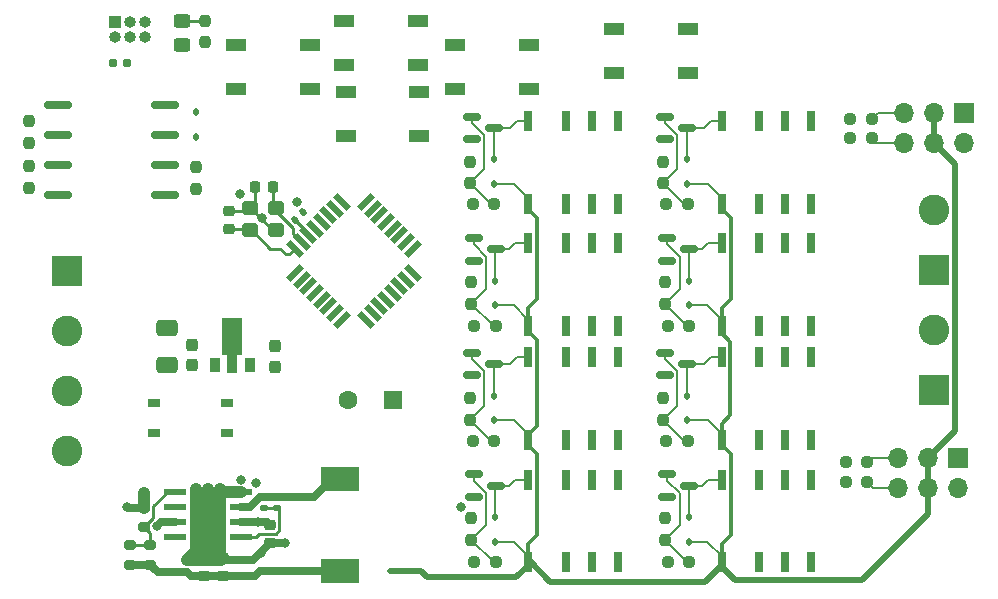
<source format=gbr>
%TF.GenerationSoftware,KiCad,Pcbnew,7.0.7*%
%TF.CreationDate,2023-09-26T16:34:25+02:00*%
%TF.ProjectId,OS-ServoDriver,4f532d53-6572-4766-9f44-72697665722e,rev?*%
%TF.SameCoordinates,Original*%
%TF.FileFunction,Copper,L1,Top*%
%TF.FilePolarity,Positive*%
%FSLAX46Y46*%
G04 Gerber Fmt 4.6, Leading zero omitted, Abs format (unit mm)*
G04 Created by KiCad (PCBNEW 7.0.7) date 2023-09-26 16:34:25*
%MOMM*%
%LPD*%
G01*
G04 APERTURE LIST*
G04 Aperture macros list*
%AMRoundRect*
0 Rectangle with rounded corners*
0 $1 Rounding radius*
0 $2 $3 $4 $5 $6 $7 $8 $9 X,Y pos of 4 corners*
0 Add a 4 corners polygon primitive as box body*
4,1,4,$2,$3,$4,$5,$6,$7,$8,$9,$2,$3,0*
0 Add four circle primitives for the rounded corners*
1,1,$1+$1,$2,$3*
1,1,$1+$1,$4,$5*
1,1,$1+$1,$6,$7*
1,1,$1+$1,$8,$9*
0 Add four rect primitives between the rounded corners*
20,1,$1+$1,$2,$3,$4,$5,0*
20,1,$1+$1,$4,$5,$6,$7,0*
20,1,$1+$1,$6,$7,$8,$9,0*
20,1,$1+$1,$8,$9,$2,$3,0*%
%AMRotRect*
0 Rectangle, with rotation*
0 The origin of the aperture is its center*
0 $1 length*
0 $2 width*
0 $3 Rotation angle, in degrees counterclockwise*
0 Add horizontal line*
21,1,$1,$2,0,0,$3*%
%AMFreePoly0*
4,1,9,3.862500,-0.866500,0.737500,-0.866500,0.737500,-0.450000,-0.737500,-0.450000,-0.737500,0.450000,0.737500,0.450000,0.737500,0.866500,3.862500,0.866500,3.862500,-0.866500,3.862500,-0.866500,$1*%
G04 Aperture macros list end*
%TA.AperFunction,SMDPad,CuDef*%
%ADD10R,1.800000X1.100000*%
%TD*%
%TA.AperFunction,SMDPad,CuDef*%
%ADD11RoundRect,0.112500X0.112500X-0.187500X0.112500X0.187500X-0.112500X0.187500X-0.112500X-0.187500X0*%
%TD*%
%TA.AperFunction,SMDPad,CuDef*%
%ADD12RoundRect,0.237500X-0.237500X0.250000X-0.237500X-0.250000X0.237500X-0.250000X0.237500X0.250000X0*%
%TD*%
%TA.AperFunction,SMDPad,CuDef*%
%ADD13RoundRect,0.237500X-0.250000X-0.237500X0.250000X-0.237500X0.250000X0.237500X-0.250000X0.237500X0*%
%TD*%
%TA.AperFunction,SMDPad,CuDef*%
%ADD14R,0.800000X1.800000*%
%TD*%
%TA.AperFunction,SMDPad,CuDef*%
%ADD15RoundRect,0.150000X-0.587500X-0.150000X0.587500X-0.150000X0.587500X0.150000X-0.587500X0.150000X0*%
%TD*%
%TA.AperFunction,SMDPad,CuDef*%
%ADD16RoundRect,0.162500X1.012500X0.162500X-1.012500X0.162500X-1.012500X-0.162500X1.012500X-0.162500X0*%
%TD*%
%TA.AperFunction,SMDPad,CuDef*%
%ADD17R,0.900000X1.300000*%
%TD*%
%TA.AperFunction,SMDPad,CuDef*%
%ADD18FreePoly0,90.000000*%
%TD*%
%TA.AperFunction,SMDPad,CuDef*%
%ADD19RoundRect,0.237500X0.237500X-0.250000X0.237500X0.250000X-0.237500X0.250000X-0.237500X-0.250000X0*%
%TD*%
%TA.AperFunction,ComponentPad*%
%ADD20R,2.600000X2.600000*%
%TD*%
%TA.AperFunction,ComponentPad*%
%ADD21C,2.600000*%
%TD*%
%TA.AperFunction,ComponentPad*%
%ADD22R,1.700000X1.700000*%
%TD*%
%TA.AperFunction,ComponentPad*%
%ADD23O,1.700000X1.700000*%
%TD*%
%TA.AperFunction,SMDPad,CuDef*%
%ADD24R,1.000000X0.800000*%
%TD*%
%TA.AperFunction,SMDPad,CuDef*%
%ADD25RoundRect,0.250000X0.650000X-0.412500X0.650000X0.412500X-0.650000X0.412500X-0.650000X-0.412500X0*%
%TD*%
%TA.AperFunction,SMDPad,CuDef*%
%ADD26RoundRect,0.237500X0.237500X-0.300000X0.237500X0.300000X-0.237500X0.300000X-0.237500X-0.300000X0*%
%TD*%
%TA.AperFunction,ComponentPad*%
%ADD27R,1.600000X1.600000*%
%TD*%
%TA.AperFunction,ComponentPad*%
%ADD28C,1.600000*%
%TD*%
%TA.AperFunction,SMDPad,CuDef*%
%ADD29RoundRect,0.225000X-0.225000X-0.250000X0.225000X-0.250000X0.225000X0.250000X-0.225000X0.250000X0*%
%TD*%
%TA.AperFunction,ComponentPad*%
%ADD30R,1.000000X1.000000*%
%TD*%
%TA.AperFunction,ComponentPad*%
%ADD31O,1.000000X1.000000*%
%TD*%
%TA.AperFunction,SMDPad,CuDef*%
%ADD32RoundRect,0.250000X0.450000X-0.325000X0.450000X0.325000X-0.450000X0.325000X-0.450000X-0.325000X0*%
%TD*%
%TA.AperFunction,SMDPad,CuDef*%
%ADD33RoundRect,0.160000X0.197500X0.160000X-0.197500X0.160000X-0.197500X-0.160000X0.197500X-0.160000X0*%
%TD*%
%TA.AperFunction,SMDPad,CuDef*%
%ADD34RoundRect,0.140000X0.021213X-0.219203X0.219203X-0.021213X-0.021213X0.219203X-0.219203X0.021213X0*%
%TD*%
%TA.AperFunction,SMDPad,CuDef*%
%ADD35RoundRect,0.225000X-0.250000X0.225000X-0.250000X-0.225000X0.250000X-0.225000X0.250000X0.225000X0*%
%TD*%
%TA.AperFunction,SMDPad,CuDef*%
%ADD36RotRect,1.600000X0.550000X45.000000*%
%TD*%
%TA.AperFunction,SMDPad,CuDef*%
%ADD37RotRect,1.600000X0.550000X315.000000*%
%TD*%
%TA.AperFunction,SMDPad,CuDef*%
%ADD38RoundRect,0.300000X0.400000X0.300000X-0.400000X0.300000X-0.400000X-0.300000X0.400000X-0.300000X0*%
%TD*%
%TA.AperFunction,SMDPad,CuDef*%
%ADD39RoundRect,0.200000X0.275000X-0.200000X0.275000X0.200000X-0.275000X0.200000X-0.275000X-0.200000X0*%
%TD*%
%TA.AperFunction,SMDPad,CuDef*%
%ADD40R,3.200000X2.000000*%
%TD*%
%TA.AperFunction,SMDPad,CuDef*%
%ADD41RoundRect,0.200000X-0.275000X0.200000X-0.275000X-0.200000X0.275000X-0.200000X0.275000X0.200000X0*%
%TD*%
%TA.AperFunction,SMDPad,CuDef*%
%ADD42RoundRect,0.140000X0.170000X-0.140000X0.170000X0.140000X-0.170000X0.140000X-0.170000X-0.140000X0*%
%TD*%
%TA.AperFunction,SMDPad,CuDef*%
%ADD43R,1.910000X0.610000*%
%TD*%
%TA.AperFunction,SMDPad,CuDef*%
%ADD44R,1.205000X1.550000*%
%TD*%
%TA.AperFunction,SMDPad,CuDef*%
%ADD45RoundRect,0.225000X0.250000X-0.225000X0.250000X0.225000X-0.250000X0.225000X-0.250000X-0.225000X0*%
%TD*%
%TA.AperFunction,ViaPad*%
%ADD46C,0.800000*%
%TD*%
%TA.AperFunction,Conductor*%
%ADD47C,0.500000*%
%TD*%
%TA.AperFunction,Conductor*%
%ADD48C,0.300000*%
%TD*%
%TA.AperFunction,Conductor*%
%ADD49C,0.200000*%
%TD*%
%TA.AperFunction,Conductor*%
%ADD50C,0.250000*%
%TD*%
%TA.AperFunction,Conductor*%
%ADD51C,0.700000*%
%TD*%
%TA.AperFunction,Conductor*%
%ADD52C,1.000000*%
%TD*%
G04 APERTURE END LIST*
D10*
%TO.P,SW105,1,A*%
%TO.N,GND*%
X141276000Y-104847000D03*
X135076000Y-104847000D03*
%TO.P,SW105,2,B*%
%TO.N,/atmega/D8*%
X141276000Y-101147000D03*
X135076000Y-101147000D03*
%TD*%
%TO.P,SW104,1,A*%
%TO.N,GND*%
X127814000Y-106244000D03*
X121614000Y-106244000D03*
%TO.P,SW104,2,B*%
%TO.N,/atmega/D9*%
X127814000Y-102544000D03*
X121614000Y-102544000D03*
%TD*%
%TO.P,SW103,1,A*%
%TO.N,GND*%
X118543000Y-110181000D03*
X112343000Y-110181000D03*
%TO.P,SW103,2,B*%
%TO.N,/atmega/D10*%
X118543000Y-106481000D03*
X112343000Y-106481000D03*
%TD*%
%TO.P,SW102,1,A*%
%TO.N,GND*%
X118416000Y-104212000D03*
X112216000Y-104212000D03*
%TO.P,SW102,2,B*%
%TO.N,/atmega/MOSI*%
X118416000Y-100512000D03*
X112216000Y-100512000D03*
%TD*%
%TO.P,SW101,1,A*%
%TO.N,GND*%
X103072000Y-102544000D03*
X109272000Y-102544000D03*
%TO.P,SW101,2,B*%
%TO.N,/atmega/MISO*%
X103072000Y-106244000D03*
X109272000Y-106244000D03*
%TD*%
D11*
%TO.P,D901,1,K*%
%TO.N,+5VA*%
X125003000Y-124550001D03*
%TO.P,D901,2,A*%
%TO.N,Net-(D901-A)*%
X125003000Y-122450001D03*
%TD*%
D12*
%TO.P,R907,2*%
%TO.N,Net-(Q902-G)*%
X122844001Y-114229001D03*
%TO.P,R907,1*%
%TO.N,GND*%
X122844001Y-112404001D03*
%TD*%
D13*
%TO.P,R905,2*%
%TO.N,Net-(Q902-G)*%
X124899500Y-116007001D03*
%TO.P,R905,1*%
%TO.N,/Servo1-2/Relay4*%
X123074500Y-116007001D03*
%TD*%
D12*
%TO.P,R906,1*%
%TO.N,GND*%
X122971001Y-122587501D03*
%TO.P,R906,2*%
%TO.N,Net-(Q901-G)*%
X122971001Y-124412501D03*
%TD*%
D13*
%TO.P,R904,1*%
%TO.N,/Servo1-2/Relay3*%
X123201500Y-126294001D03*
%TO.P,R904,2*%
%TO.N,Net-(Q901-G)*%
X125026500Y-126294001D03*
%TD*%
D14*
%TO.P,K901,1*%
%TO.N,+5VA*%
X127772000Y-126309000D03*
%TO.P,K901,2*%
%TO.N,unconnected-(K901-Pad2)*%
X130972000Y-126309000D03*
%TO.P,K901,3*%
%TO.N,/Servo1-2/Frog2*%
X133172000Y-126309000D03*
%TO.P,K901,4*%
%TO.N,/DCC_A*%
X135372000Y-126309000D03*
%TO.P,K901,5*%
%TO.N,unconnected-(K901-Pad5)*%
X135372000Y-119309000D03*
%TO.P,K901,6*%
%TO.N,unconnected-(K901-Pad6)*%
X133172000Y-119309000D03*
%TO.P,K901,7*%
%TO.N,unconnected-(K901-Pad7)*%
X130972000Y-119309000D03*
%TO.P,K901,8*%
%TO.N,Net-(D901-A)*%
X127772000Y-119309000D03*
%TD*%
D15*
%TO.P,Q902,3,D*%
%TO.N,Net-(D902-A)*%
X124876000Y-109530001D03*
%TO.P,Q902,2,S*%
%TO.N,GND*%
X123001000Y-110480001D03*
%TO.P,Q902,1,G*%
%TO.N,Net-(Q902-G)*%
X123001000Y-108580001D03*
%TD*%
D14*
%TO.P,K902,8*%
%TO.N,Net-(D902-A)*%
X127772000Y-108959000D03*
%TO.P,K902,7*%
%TO.N,unconnected-(K902-Pad7)*%
X130972000Y-108959000D03*
%TO.P,K902,6*%
%TO.N,unconnected-(K902-Pad6)*%
X133172000Y-108959000D03*
%TO.P,K902,5*%
%TO.N,unconnected-(K902-Pad5)*%
X135372000Y-108959000D03*
%TO.P,K902,4*%
%TO.N,/DCC_B*%
X135372000Y-115959000D03*
%TO.P,K902,3*%
%TO.N,/Servo1-2/Frog2*%
X133172000Y-115959000D03*
%TO.P,K902,2*%
%TO.N,unconnected-(K902-Pad2)*%
X130972000Y-115959000D03*
%TO.P,K902,1*%
%TO.N,+5VA*%
X127772000Y-115959000D03*
%TD*%
D15*
%TO.P,Q901,1,G*%
%TO.N,Net-(Q901-G)*%
X123176500Y-118867001D03*
%TO.P,Q901,2,S*%
%TO.N,GND*%
X123176500Y-120767001D03*
%TO.P,Q901,3,D*%
%TO.N,Net-(D901-A)*%
X125051500Y-119817001D03*
%TD*%
D11*
%TO.P,D902,2,A*%
%TO.N,Net-(D902-A)*%
X124876000Y-112197001D03*
%TO.P,D902,1,K*%
%TO.N,+5VA*%
X124876000Y-114297001D03*
%TD*%
D12*
%TO.P,R1104,2*%
%TO.N,Net-(Q1102-G)*%
X122844000Y-134231000D03*
%TO.P,R1104,1*%
%TO.N,GND*%
X122844000Y-132406000D03*
%TD*%
D14*
%TO.P,K1102,1*%
%TO.N,+5VA*%
X127772000Y-135961000D03*
%TO.P,K1102,2*%
%TO.N,unconnected-(K1102-Pad2)*%
X130972000Y-135961000D03*
%TO.P,K1102,3*%
%TO.N,/Servo3-4/Frog1*%
X133172000Y-135961000D03*
%TO.P,K1102,4*%
%TO.N,/DCC_B*%
X135372000Y-135961000D03*
%TO.P,K1102,5*%
%TO.N,unconnected-(K1102-Pad5)*%
X135372000Y-128961000D03*
%TO.P,K1102,6*%
%TO.N,unconnected-(K1102-Pad6)*%
X133172000Y-128961000D03*
%TO.P,K1102,7*%
%TO.N,unconnected-(K1102-Pad7)*%
X130972000Y-128961000D03*
%TO.P,K1102,8*%
%TO.N,Net-(D1102-A)*%
X127772000Y-128961000D03*
%TD*%
D11*
%TO.P,D1101,2,A*%
%TO.N,Net-(D1101-A)*%
X125003000Y-142452000D03*
%TO.P,D1101,1,K*%
%TO.N,+5VA*%
X125003000Y-144552000D03*
%TD*%
D12*
%TO.P,R1103,2*%
%TO.N,Net-(Q1101-G)*%
X122971000Y-144414500D03*
%TO.P,R1103,1*%
%TO.N,GND*%
X122971000Y-142589500D03*
%TD*%
D11*
%TO.P,D1102,2,A*%
%TO.N,Net-(D1102-A)*%
X124876000Y-132199000D03*
%TO.P,D1102,1,K*%
%TO.N,+5VA*%
X124876000Y-134299000D03*
%TD*%
D14*
%TO.P,K1101,1*%
%TO.N,+5VA*%
X127772000Y-146311000D03*
%TO.P,K1101,2*%
%TO.N,unconnected-(K1101-Pad2)*%
X130972000Y-146311000D03*
%TO.P,K1101,3*%
%TO.N,/Servo3-4/Frog1*%
X133172000Y-146311000D03*
%TO.P,K1101,4*%
%TO.N,/DCC_A*%
X135372000Y-146311000D03*
%TO.P,K1101,5*%
%TO.N,unconnected-(K1101-Pad5)*%
X135372000Y-139311000D03*
%TO.P,K1101,6*%
%TO.N,unconnected-(K1101-Pad6)*%
X133172000Y-139311000D03*
%TO.P,K1101,7*%
%TO.N,unconnected-(K1101-Pad7)*%
X130972000Y-139311000D03*
%TO.P,K1101,8*%
%TO.N,Net-(D1101-A)*%
X127772000Y-139311000D03*
%TD*%
D15*
%TO.P,Q1102,1,G*%
%TO.N,Net-(Q1102-G)*%
X123001000Y-128582000D03*
%TO.P,Q1102,2,S*%
%TO.N,GND*%
X123001000Y-130482000D03*
%TO.P,Q1102,3,D*%
%TO.N,Net-(D1102-A)*%
X124876000Y-129532000D03*
%TD*%
%TO.P,Q1101,1,G*%
%TO.N,Net-(Q1101-G)*%
X123176500Y-138869000D03*
%TO.P,Q1101,2,S*%
%TO.N,GND*%
X123176500Y-140769000D03*
%TO.P,Q1101,3,D*%
%TO.N,Net-(D1101-A)*%
X125051500Y-139819000D03*
%TD*%
D13*
%TO.P,R1102,2*%
%TO.N,Net-(Q1102-G)*%
X124899500Y-136009000D03*
%TO.P,R1102,1*%
%TO.N,/Servo3-4/Relay2*%
X123074500Y-136009000D03*
%TD*%
%TO.P,R1101,2*%
%TO.N,Net-(Q1101-G)*%
X125026500Y-146296000D03*
%TO.P,R1101,1*%
%TO.N,/Servo3-4/Relay1*%
X123201500Y-146296000D03*
%TD*%
D16*
%TO.P,U701,8,VCC*%
%TO.N,+5V*%
X88011000Y-115189000D03*
%TO.P,U701,7,EN*%
%TO.N,Net-(U701-EN)*%
X88011000Y-112649000D03*
%TO.P,U701,6,VO*%
%TO.N,/DCC/DCC_TTL*%
X88011000Y-110109000D03*
%TO.P,U701,5,GND*%
%TO.N,GND*%
X88011000Y-107569000D03*
%TO.P,U701,4*%
%TO.N,N/C*%
X97061000Y-107569000D03*
%TO.P,U701,3,C*%
%TO.N,/DCC_B*%
X97061000Y-110109000D03*
%TO.P,U701,2,A*%
%TO.N,Net-(D701-K)*%
X97061000Y-112649000D03*
%TO.P,U701,1,NC*%
%TO.N,unconnected-(U701-NC-Pad1)*%
X97061000Y-115189000D03*
%TD*%
D17*
%TO.P,U301,1,OUT*%
%TO.N,+5V*%
X101243000Y-129627500D03*
D18*
%TO.P,U301,2,GND*%
%TO.N,GND*%
X102743000Y-129540000D03*
D17*
%TO.P,U301,3,IN*%
%TO.N,VCC*%
X104243000Y-129627500D03*
%TD*%
D12*
%TO.P,R1004,1*%
%TO.N,GND*%
X139227001Y-132406001D03*
%TO.P,R1004,2*%
%TO.N,Net-(Q1002-G)*%
X139227001Y-134231001D03*
%TD*%
%TO.P,R1003,1*%
%TO.N,GND*%
X139354001Y-142589501D03*
%TO.P,R1003,2*%
%TO.N,Net-(Q1001-G)*%
X139354001Y-144414501D03*
%TD*%
D13*
%TO.P,R1002,1*%
%TO.N,/Servo3-4/Relay4*%
X139457500Y-136009001D03*
%TO.P,R1002,2*%
%TO.N,Net-(Q1002-G)*%
X141282500Y-136009001D03*
%TD*%
%TO.P,R1001,1*%
%TO.N,/Servo3-4/Relay3*%
X139584500Y-146296001D03*
%TO.P,R1001,2*%
%TO.N,Net-(Q1001-G)*%
X141409500Y-146296001D03*
%TD*%
D12*
%TO.P,R804,1*%
%TO.N,GND*%
X139227001Y-112404001D03*
%TO.P,R804,2*%
%TO.N,Net-(Q802-G)*%
X139227001Y-114229001D03*
%TD*%
%TO.P,R803,1*%
%TO.N,GND*%
X139354001Y-122587501D03*
%TO.P,R803,2*%
%TO.N,Net-(Q801-G)*%
X139354001Y-124412501D03*
%TD*%
D13*
%TO.P,R802,1*%
%TO.N,/Servo1-2/Relay2*%
X139457500Y-116007001D03*
%TO.P,R802,2*%
%TO.N,Net-(Q802-G)*%
X141282500Y-116007001D03*
%TD*%
%TO.P,R801,1*%
%TO.N,/Servo1-2/Relay1*%
X139584500Y-126294001D03*
%TO.P,R801,2*%
%TO.N,Net-(Q801-G)*%
X141409500Y-126294001D03*
%TD*%
%TO.P,R705,1*%
%TO.N,+5V*%
X155043500Y-108753000D03*
%TO.P,R705,2*%
%TO.N,/Servo3-4/Servo2*%
X156868500Y-108753000D03*
%TD*%
%TO.P,R704,1*%
%TO.N,+5V*%
X155043500Y-110404000D03*
%TO.P,R704,2*%
%TO.N,/Servo3-4/Servo1*%
X156868500Y-110404000D03*
%TD*%
D19*
%TO.P,R703,1*%
%TO.N,+5V*%
X85551000Y-110767500D03*
%TO.P,R703,2*%
%TO.N,/DCC/DCC_TTL*%
X85551000Y-108942500D03*
%TD*%
%TO.P,R702,1*%
%TO.N,+5V*%
X85551000Y-114577500D03*
%TO.P,R702,2*%
%TO.N,Net-(U701-EN)*%
X85551000Y-112752500D03*
%TD*%
%TO.P,R701,2*%
%TO.N,Net-(D701-K)*%
X99648000Y-112879500D03*
%TO.P,R701,1*%
%TO.N,/DCC_A*%
X99648000Y-114704500D03*
%TD*%
D13*
%TO.P,R502,2*%
%TO.N,/Servo1-2/Servo2*%
X156487500Y-137836000D03*
%TO.P,R502,1*%
%TO.N,+5V*%
X154662500Y-137836000D03*
%TD*%
%TO.P,R501,2*%
%TO.N,/Servo1-2/Servo1*%
X156487500Y-139487000D03*
%TO.P,R501,1*%
%TO.N,+5V*%
X154662500Y-139487000D03*
%TD*%
D15*
%TO.P,Q1002,1,G*%
%TO.N,Net-(Q1002-G)*%
X139384000Y-128582001D03*
%TO.P,Q1002,2,S*%
%TO.N,GND*%
X139384000Y-130482001D03*
%TO.P,Q1002,3,D*%
%TO.N,Net-(D1002-A)*%
X141259000Y-129532001D03*
%TD*%
%TO.P,Q1001,1,G*%
%TO.N,Net-(Q1001-G)*%
X139559500Y-138869001D03*
%TO.P,Q1001,2,S*%
%TO.N,GND*%
X139559500Y-140769001D03*
%TO.P,Q1001,3,D*%
%TO.N,Net-(D1001-A)*%
X141434500Y-139819001D03*
%TD*%
%TO.P,Q802,1,G*%
%TO.N,Net-(Q802-G)*%
X139384000Y-108580001D03*
%TO.P,Q802,2,S*%
%TO.N,GND*%
X139384000Y-110480001D03*
%TO.P,Q802,3,D*%
%TO.N,Net-(D802-A)*%
X141259000Y-109530001D03*
%TD*%
%TO.P,Q801,1,G*%
%TO.N,Net-(Q801-G)*%
X139559500Y-118867001D03*
%TO.P,Q801,2,S*%
%TO.N,GND*%
X139559500Y-120767001D03*
%TO.P,Q801,3,D*%
%TO.N,Net-(D801-A)*%
X141434500Y-119817001D03*
%TD*%
D14*
%TO.P,K1002,1*%
%TO.N,+5VA*%
X144155000Y-135961000D03*
%TO.P,K1002,2*%
%TO.N,unconnected-(K1002-Pad2)*%
X147355000Y-135961000D03*
%TO.P,K1002,3*%
%TO.N,/Servo3-4/Frog2*%
X149555000Y-135961000D03*
%TO.P,K1002,4*%
%TO.N,/DCC_B*%
X151755000Y-135961000D03*
%TO.P,K1002,5*%
%TO.N,unconnected-(K1002-Pad5)*%
X151755000Y-128961000D03*
%TO.P,K1002,6*%
%TO.N,unconnected-(K1002-Pad6)*%
X149555000Y-128961000D03*
%TO.P,K1002,7*%
%TO.N,unconnected-(K1002-Pad7)*%
X147355000Y-128961000D03*
%TO.P,K1002,8*%
%TO.N,Net-(D1002-A)*%
X144155000Y-128961000D03*
%TD*%
%TO.P,K1001,1*%
%TO.N,+5VA*%
X144155000Y-146311000D03*
%TO.P,K1001,2*%
%TO.N,unconnected-(K1001-Pad2)*%
X147355000Y-146311000D03*
%TO.P,K1001,3*%
%TO.N,/Servo3-4/Frog2*%
X149555000Y-146311000D03*
%TO.P,K1001,4*%
%TO.N,/DCC_A*%
X151755000Y-146311000D03*
%TO.P,K1001,5*%
%TO.N,unconnected-(K1001-Pad5)*%
X151755000Y-139311000D03*
%TO.P,K1001,6*%
%TO.N,unconnected-(K1001-Pad6)*%
X149555000Y-139311000D03*
%TO.P,K1001,7*%
%TO.N,unconnected-(K1001-Pad7)*%
X147355000Y-139311000D03*
%TO.P,K1001,8*%
%TO.N,Net-(D1001-A)*%
X144155000Y-139311000D03*
%TD*%
%TO.P,K802,1*%
%TO.N,+5VA*%
X144155000Y-115959000D03*
%TO.P,K802,2*%
%TO.N,unconnected-(K802-Pad2)*%
X147355000Y-115959000D03*
%TO.P,K802,3*%
%TO.N,/Servo1-2/Frog1*%
X149555000Y-115959000D03*
%TO.P,K802,4*%
%TO.N,/DCC_B*%
X151755000Y-115959000D03*
%TO.P,K802,5*%
%TO.N,unconnected-(K802-Pad5)*%
X151755000Y-108959000D03*
%TO.P,K802,6*%
%TO.N,unconnected-(K802-Pad6)*%
X149555000Y-108959000D03*
%TO.P,K802,7*%
%TO.N,unconnected-(K802-Pad7)*%
X147355000Y-108959000D03*
%TO.P,K802,8*%
%TO.N,Net-(D802-A)*%
X144155000Y-108959000D03*
%TD*%
%TO.P,K801,1*%
%TO.N,+5VA*%
X144155000Y-126309000D03*
%TO.P,K801,2*%
%TO.N,unconnected-(K801-Pad2)*%
X147355000Y-126309000D03*
%TO.P,K801,3*%
%TO.N,/Servo1-2/Frog1*%
X149555000Y-126309000D03*
%TO.P,K801,4*%
%TO.N,/DCC_A*%
X151755000Y-126309000D03*
%TO.P,K801,5*%
%TO.N,unconnected-(K801-Pad5)*%
X151755000Y-119309000D03*
%TO.P,K801,6*%
%TO.N,unconnected-(K801-Pad6)*%
X149555000Y-119309000D03*
%TO.P,K801,7*%
%TO.N,unconnected-(K801-Pad7)*%
X147355000Y-119309000D03*
%TO.P,K801,8*%
%TO.N,Net-(D801-A)*%
X144155000Y-119309000D03*
%TD*%
D20*
%TO.P,J702,1,Pin_1*%
%TO.N,/Servo3-4/Frog1*%
X162179000Y-131740000D03*
D21*
%TO.P,J702,2,Pin_2*%
%TO.N,/Servo3-4/Frog2*%
X162179000Y-126660000D03*
%TD*%
D22*
%TO.P,J701,1,Pin_1*%
%TO.N,GND*%
X164704000Y-108240000D03*
D23*
%TO.P,J701,2,Pin_2*%
X164704000Y-110780000D03*
%TO.P,J701,3,Pin_3*%
%TO.N,+5VA*%
X162164000Y-108240000D03*
%TO.P,J701,4,Pin_4*%
X162164000Y-110780000D03*
%TO.P,J701,5,Pin_5*%
%TO.N,/Servo3-4/Servo2*%
X159624000Y-108240000D03*
%TO.P,J701,6,Pin_6*%
%TO.N,/Servo3-4/Servo1*%
X159624000Y-110780000D03*
%TD*%
D20*
%TO.P,J502,1,Pin_1*%
%TO.N,/Servo1-2/Frog1*%
X162179000Y-121580000D03*
D21*
%TO.P,J502,2,Pin_2*%
%TO.N,/Servo1-2/Frog2*%
X162179000Y-116500000D03*
%TD*%
D22*
%TO.P,J501,1,Pin_1*%
%TO.N,GND*%
X164196000Y-137450000D03*
D23*
%TO.P,J501,2,Pin_2*%
X164196000Y-139990000D03*
%TO.P,J501,3,Pin_3*%
%TO.N,+5VA*%
X161656000Y-137450000D03*
%TO.P,J501,4,Pin_4*%
X161656000Y-139990000D03*
%TO.P,J501,5,Pin_5*%
%TO.N,/Servo1-2/Servo2*%
X159116000Y-137450000D03*
%TO.P,J501,6,Pin_6*%
%TO.N,/Servo1-2/Servo1*%
X159116000Y-139990000D03*
%TD*%
D20*
%TO.P,J101,1,Pin_1*%
%TO.N,/DCC_B*%
X88773000Y-121666000D03*
D21*
%TO.P,J101,2,Pin_2*%
%TO.N,/DCC_A*%
X88773000Y-126746000D03*
%TO.P,J101,3,Pin_3*%
%TO.N,Net-(J101-Pin_3)*%
X88773000Y-131826000D03*
%TO.P,J101,4,Pin_4*%
%TO.N,Net-(J101-Pin_4)*%
X88773000Y-136906000D03*
%TD*%
D11*
%TO.P,D1002,1,K*%
%TO.N,+5VA*%
X141259000Y-134299001D03*
%TO.P,D1002,2,A*%
%TO.N,Net-(D1002-A)*%
X141259000Y-132199001D03*
%TD*%
%TO.P,D1001,1,K*%
%TO.N,+5VA*%
X141386000Y-144552001D03*
%TO.P,D1001,2,A*%
%TO.N,Net-(D1001-A)*%
X141386000Y-142452001D03*
%TD*%
%TO.P,D802,1,K*%
%TO.N,+5VA*%
X141259000Y-114297001D03*
%TO.P,D802,2,A*%
%TO.N,Net-(D802-A)*%
X141259000Y-112197001D03*
%TD*%
%TO.P,D801,1,K*%
%TO.N,+5VA*%
X141386000Y-124550001D03*
%TO.P,D801,2,A*%
%TO.N,Net-(D801-A)*%
X141386000Y-122450001D03*
%TD*%
%TO.P,D701,2,A*%
%TO.N,/DCC_B*%
X99648000Y-108170000D03*
%TO.P,D701,1,K*%
%TO.N,Net-(D701-K)*%
X99648000Y-110270000D03*
%TD*%
D24*
%TO.P,D101,4*%
%TO.N,Net-(J101-Pin_4)*%
X96112000Y-135382000D03*
%TO.P,D101,3*%
%TO.N,Net-(J101-Pin_3)*%
X96112000Y-132842000D03*
%TO.P,D101,2,-*%
%TO.N,GND*%
X102262000Y-132842000D03*
%TO.P,D101,1,+*%
%TO.N,VCC*%
X102262000Y-135382000D03*
%TD*%
D25*
%TO.P,C303,2*%
%TO.N,GND*%
X97166000Y-126444000D03*
%TO.P,C303,1*%
%TO.N,+5V*%
X97166000Y-129569000D03*
%TD*%
D26*
%TO.P,C302,2*%
%TO.N,GND*%
X99325000Y-127906000D03*
%TO.P,C302,1*%
%TO.N,+5V*%
X99325000Y-129631000D03*
%TD*%
%TO.P,C301,2*%
%TO.N,GND*%
X106310000Y-128033000D03*
%TO.P,C301,1*%
%TO.N,VCC*%
X106310000Y-129758000D03*
%TD*%
D27*
%TO.P,C101,1*%
%TO.N,VCC*%
X116356651Y-132588000D03*
D28*
%TO.P,C101,2*%
%TO.N,GND*%
X112556651Y-132588000D03*
%TD*%
D19*
%TO.P,R201,2*%
%TO.N,Net-(D201-A)*%
X100435500Y-100457000D03*
%TO.P,R201,1*%
%TO.N,+5V*%
X100435500Y-102282000D03*
%TD*%
D29*
%TO.P,C201,2*%
%TO.N,/atmega/X1*%
X106175000Y-114545000D03*
%TO.P,C201,1*%
%TO.N,GND*%
X104625000Y-114545000D03*
%TD*%
D30*
%TO.P,U201,1*%
%TO.N,GND*%
X92837000Y-100584000D03*
D31*
%TO.P,U201,2*%
%TO.N,/atmega/reset*%
X92837000Y-101854000D03*
%TO.P,U201,3*%
%TO.N,/atmega/MOSI*%
X94107000Y-100584000D03*
%TO.P,U201,4*%
%TO.N,/atmega/LED*%
X94107000Y-101854000D03*
%TO.P,U201,5*%
%TO.N,+5V*%
X95377000Y-100584000D03*
%TO.P,U201,6*%
%TO.N,/atmega/MISO*%
X95377000Y-101854000D03*
%TD*%
D32*
%TO.P,D201,2,A*%
%TO.N,Net-(D201-A)*%
X98444500Y-100455000D03*
%TO.P,D201,1,K*%
%TO.N,/atmega/LED*%
X98444500Y-102505000D03*
%TD*%
D33*
%TO.P,R202,1*%
%TO.N,+5V*%
X93820500Y-104023000D03*
%TO.P,R202,2*%
%TO.N,/atmega/reset*%
X92625500Y-104023000D03*
%TD*%
D34*
%TO.P,C202,2*%
%TO.N,GND*%
X108745822Y-116628178D03*
%TO.P,C202,1*%
%TO.N,+5V*%
X108067000Y-117307000D03*
%TD*%
D35*
%TO.P,C203,2*%
%TO.N,/atmega/X2*%
X102479000Y-118082000D03*
%TO.P,C203,1*%
%TO.N,GND*%
X102479000Y-116532000D03*
%TD*%
D36*
%TO.P,U202,32,PD2*%
%TO.N,/DCC/DCC_TTL*%
X114055305Y-115791897D03*
%TO.P,U202,31,PD1*%
%TO.N,/Servo3-4/Servo2*%
X114620990Y-116357583D03*
%TO.P,U202,30,PD0*%
%TO.N,/Servo3-4/Servo1*%
X115186676Y-116923268D03*
%TO.P,U202,29,~{RESET}/PC6*%
%TO.N,/atmega/reset*%
X115752361Y-117488953D03*
%TO.P,U202,28,PC5*%
%TO.N,/atmega/serv12.DCC_A*%
X116318047Y-118054639D03*
%TO.P,U202,27,PC4*%
%TO.N,/Servo1-2/Relay3*%
X116883732Y-118620324D03*
%TO.P,U202,26,PC3*%
%TO.N,/Servo1-2/Relay2*%
X117449417Y-119186010D03*
%TO.P,U202,25,PC2*%
%TO.N,/Servo1-2/Relay1*%
X118015103Y-119751695D03*
D37*
%TO.P,U202,24,PC1*%
%TO.N,/Servo1-2/Servo2*%
X118015103Y-121802305D03*
%TO.P,U202,23,PC0*%
%TO.N,/Servo1-2/Servo1*%
X117449417Y-122367990D03*
%TO.P,U202,22,ADC7*%
%TO.N,/atmega/A7*%
X116883732Y-122933676D03*
%TO.P,U202,21,GND*%
%TO.N,GND*%
X116318047Y-123499361D03*
%TO.P,U202,20,AREF*%
%TO.N,unconnected-(U202-AREF-Pad20)*%
X115752361Y-124065047D03*
%TO.P,U202,19,ADC6*%
%TO.N,/atmega/A6*%
X115186676Y-124630732D03*
%TO.P,U202,18,AVCC*%
%TO.N,+5V*%
X114620990Y-125196417D03*
%TO.P,U202,17,PB5*%
%TO.N,/atmega/LED*%
X114055305Y-125762103D03*
D36*
%TO.P,U202,16,PB4*%
%TO.N,/atmega/MISO*%
X112004695Y-125762103D03*
%TO.P,U202,15,PB3*%
%TO.N,/atmega/MOSI*%
X111439010Y-125196417D03*
%TO.P,U202,14,PB2*%
%TO.N,/atmega/D10*%
X110873324Y-124630732D03*
%TO.P,U202,13,PB1*%
%TO.N,/atmega/D9*%
X110307639Y-124065047D03*
%TO.P,U202,12,PB0*%
%TO.N,/atmega/D8*%
X109741953Y-123499361D03*
%TO.P,U202,11,PD7*%
%TO.N,unconnected-(U202-PD7-Pad11)*%
X109176268Y-122933676D03*
%TO.P,U202,10,PD6*%
%TO.N,/Servo3-4/Relay4*%
X108610583Y-122367990D03*
%TO.P,U202,9,PD5*%
%TO.N,/Servo3-4/Relay3*%
X108044897Y-121802305D03*
D37*
%TO.P,U202,8,XTAL2/PB7*%
%TO.N,/atmega/X2*%
X108044897Y-119751695D03*
%TO.P,U202,7,XTAL1/PB6*%
%TO.N,/atmega/X1*%
X108610583Y-119186010D03*
%TO.P,U202,6,VCC*%
%TO.N,+5V*%
X109176268Y-118620324D03*
%TO.P,U202,5,GND*%
%TO.N,GND*%
X109741953Y-118054639D03*
%TO.P,U202,4,VCC*%
%TO.N,+5V*%
X110307639Y-117488953D03*
%TO.P,U202,3,GND*%
%TO.N,GND*%
X110873324Y-116923268D03*
%TO.P,U202,2,PD4*%
%TO.N,/Servo3-4/Relay2*%
X111439010Y-116357583D03*
%TO.P,U202,1,PD3*%
%TO.N,/Servo3-4/Relay1*%
X112004695Y-115791897D03*
%TD*%
D38*
%TO.P,Y201,4,GND*%
%TO.N,GND*%
X106457000Y-118196000D03*
%TO.P,Y201,3,3*%
%TO.N,/atmega/X2*%
X104257000Y-118196000D03*
%TO.P,Y201,2,GND*%
%TO.N,GND*%
X104257000Y-116296000D03*
%TO.P,Y201,1,1*%
%TO.N,/atmega/X1*%
X106457000Y-116296000D03*
%TD*%
D39*
%TO.P,R901,1*%
%TO.N,+5VA*%
X94107000Y-146494000D03*
%TO.P,R901,2*%
%TO.N,Net-(U901-FB)*%
X94107000Y-144844000D03*
%TD*%
D40*
%TO.P,L901,1,1*%
%TO.N,Net-(U901-SW)*%
X111887000Y-139229000D03*
%TO.P,L901,2,2*%
%TO.N,+5VA*%
X111887000Y-147029000D03*
%TD*%
D41*
%TO.P,R903,1*%
%TO.N,Net-(U901-FB)*%
X95758000Y-144844000D03*
%TO.P,R903,2*%
%TO.N,+5VA*%
X95758000Y-146494000D03*
%TD*%
D42*
%TO.P,C906,1*%
%TO.N,+5VA*%
X98933000Y-147163000D03*
%TO.P,C906,2*%
%TO.N,GND*%
X98933000Y-146203000D03*
%TD*%
D43*
%TO.P,U901,1,BS*%
%TO.N,Net-(U901-BS)*%
X103458500Y-144145000D03*
%TO.P,U901,2,Vin*%
%TO.N,VCC*%
X103458500Y-142875000D03*
%TO.P,U901,3,SW*%
%TO.N,Net-(U901-SW)*%
X103458500Y-141605000D03*
%TO.P,U901,4,GND*%
%TO.N,GND*%
X103458500Y-140335000D03*
%TO.P,U901,5,FB*%
%TO.N,Net-(U901-FB)*%
X97898500Y-140335000D03*
%TO.P,U901,6,NC*%
%TO.N,unconnected-(U901-NC-Pad6)*%
X97898500Y-141605000D03*
%TO.P,U901,7,EN*%
%TO.N,VCC*%
X97898500Y-142875000D03*
%TO.P,U901,8,NC*%
%TO.N,unconnected-(U901-NC-Pad8)*%
X97898500Y-144145000D03*
D44*
%TO.P,U901,9,GND*%
%TO.N,GND*%
X101281000Y-143015000D03*
X101281000Y-141465000D03*
X100076000Y-143015000D03*
X100076000Y-141465000D03*
%TD*%
D42*
%TO.P,C903,1*%
%TO.N,Net-(U901-BS)*%
X106553000Y-141732000D03*
%TO.P,C903,2*%
%TO.N,Net-(U901-SW)*%
X106553000Y-140772000D03*
%TD*%
D39*
%TO.P,R902,1*%
%TO.N,Net-(U901-FB)*%
X95250000Y-143319000D03*
%TO.P,R902,2*%
%TO.N,GND*%
X95250000Y-141669000D03*
%TD*%
D35*
%TO.P,C901,1*%
%TO.N,VCC*%
X105918000Y-143116000D03*
%TO.P,C901,2*%
%TO.N,GND*%
X105918000Y-144666000D03*
%TD*%
D45*
%TO.P,C905,1*%
%TO.N,+5VA*%
X101981000Y-147460000D03*
%TO.P,C905,2*%
%TO.N,GND*%
X101981000Y-145910000D03*
%TD*%
D42*
%TO.P,C902,1*%
%TO.N,Net-(U901-BS)*%
X105410000Y-141732000D03*
%TO.P,C902,2*%
%TO.N,Net-(U901-SW)*%
X105410000Y-140772000D03*
%TD*%
D45*
%TO.P,C904,1*%
%TO.N,+5VA*%
X100315000Y-147460000D03*
%TO.P,C904,2*%
%TO.N,GND*%
X100315000Y-145910000D03*
%TD*%
D46*
%TO.N,GND*%
X122082000Y-141597000D03*
X103368000Y-115148000D03*
X108194000Y-115783000D03*
X105273000Y-117180000D03*
%TO.N,VCC*%
X104902000Y-142875000D03*
X96394550Y-143199050D03*
%TO.N,GND*%
X99695000Y-140081000D03*
X100711000Y-140081000D03*
X101727000Y-144526000D03*
X105156000Y-145542000D03*
X107188000Y-144653000D03*
X99695000Y-144526000D03*
X93853000Y-141605000D03*
X95250000Y-140462000D03*
X104775000Y-139573000D03*
X100711000Y-144526000D03*
X103505000Y-139319000D03*
X101727000Y-140081000D03*
%TD*%
D47*
%TO.N,+5VA*%
X118689500Y-147029000D02*
X119194501Y-147534001D01*
X116078000Y-147029000D02*
X118689500Y-147029000D01*
D48*
X127772000Y-126756000D02*
X127772000Y-126309000D01*
X128522000Y-134749000D02*
X128522000Y-127506000D01*
X127772000Y-135499000D02*
X128522000Y-134749000D01*
X128522000Y-127506000D02*
X127772000Y-126756000D01*
X127772000Y-135961000D02*
X127772000Y-135499000D01*
X144155000Y-126883000D02*
X144155000Y-126309000D01*
X144905000Y-127633000D02*
X144155000Y-126883000D01*
X144905000Y-133860000D02*
X144905000Y-127633000D01*
X144155000Y-135961000D02*
X144155000Y-134610000D01*
X144155000Y-134610000D02*
X144905000Y-133860000D01*
D47*
X142748000Y-147955000D02*
X144155000Y-146548000D01*
X144155000Y-146548000D02*
X144155000Y-146184001D01*
X129669999Y-147955000D02*
X142748000Y-147955000D01*
X127899000Y-146184001D02*
X129669999Y-147955000D01*
X126785999Y-147534001D02*
X127899000Y-146421000D01*
X127899000Y-146421000D02*
X127899000Y-146184001D01*
X119194501Y-147534001D02*
X126785999Y-147534001D01*
X161656000Y-142255000D02*
X161656000Y-139990000D01*
X156083000Y-147828000D02*
X161656000Y-142255000D01*
X145288000Y-147828000D02*
X156083000Y-147828000D01*
X144155000Y-146695000D02*
X145288000Y-147828000D01*
X144155000Y-146184000D02*
X144155000Y-146695000D01*
X161656000Y-139990000D02*
X161656000Y-137450000D01*
X163929000Y-135177000D02*
X161656000Y-137450000D01*
X163929000Y-112545000D02*
X163929000Y-135177000D01*
X162164000Y-110780000D02*
X163929000Y-112545000D01*
X162164000Y-108240000D02*
X162164000Y-110780000D01*
D49*
%TO.N,/Servo3-4/Servo2*%
X157381500Y-108240000D02*
X159624000Y-108240000D01*
X156868500Y-108753000D02*
X157381500Y-108240000D01*
%TO.N,/Servo3-4/Servo1*%
X157244500Y-110780000D02*
X156868500Y-110404000D01*
X159624000Y-110780000D02*
X157244500Y-110780000D01*
%TO.N,/Servo1-2/Servo1*%
X156990500Y-139990000D02*
X156487500Y-139487000D01*
X159116000Y-139990000D02*
X156990500Y-139990000D01*
%TO.N,/Servo1-2/Servo2*%
X156873500Y-137450000D02*
X156487500Y-137836000D01*
X159116000Y-137450000D02*
X156873500Y-137450000D01*
%TO.N,Net-(Q901-G)*%
X125026500Y-126294001D02*
X124852500Y-126294001D01*
X124852500Y-126294001D02*
X122971000Y-124412501D01*
%TO.N,+5VA*%
X126561000Y-124550001D02*
X127772000Y-125761001D01*
X124876000Y-114297001D02*
X126595000Y-114297001D01*
%TO.N,Net-(Q902-G)*%
X124038500Y-110143605D02*
X124038500Y-113034501D01*
D48*
%TO.N,+5VA*%
X128559000Y-117150001D02*
X128559000Y-124008001D01*
D49*
X127772000Y-125761001D02*
X127772000Y-126309001D01*
%TO.N,Net-(D902-A)*%
X126273000Y-109530001D02*
X126844000Y-108959001D01*
%TO.N,+5VA*%
X125003000Y-124550001D02*
X126561000Y-124550001D01*
D48*
X127772000Y-126309001D02*
X127772000Y-124795001D01*
X127772000Y-124795001D02*
X128559000Y-124008001D01*
D49*
%TO.N,Net-(Q901-G)*%
X124214000Y-123169501D02*
X124214000Y-120425001D01*
D48*
%TO.N,+5VA*%
X127772000Y-116363001D02*
X128559000Y-117150001D01*
X127772000Y-115959001D02*
X127772000Y-116363001D01*
D49*
%TO.N,Net-(Q901-G)*%
X124214000Y-120425001D02*
X123176500Y-119387501D01*
X123176500Y-119387501D02*
X123176500Y-118867001D01*
X122971000Y-124412501D02*
X124214000Y-123169501D01*
%TO.N,Net-(D901-A)*%
X125003000Y-119865501D02*
X125051500Y-119817001D01*
X125003000Y-122450001D02*
X125003000Y-119865501D01*
%TO.N,Net-(D902-A)*%
X124876000Y-109530001D02*
X126273000Y-109530001D01*
%TO.N,Net-(D901-A)*%
X126146000Y-119817001D02*
X126654000Y-119309001D01*
X126654000Y-119309001D02*
X127772000Y-119309001D01*
X125051500Y-119817001D02*
X126146000Y-119817001D01*
%TO.N,Net-(Q902-G)*%
X124038500Y-113034501D02*
X122844000Y-114229001D01*
X123001000Y-109106105D02*
X124038500Y-110143605D01*
X123001000Y-108580001D02*
X123001000Y-109106105D01*
X124622000Y-116007001D02*
X122844000Y-114229001D01*
X124899500Y-116007001D02*
X124622000Y-116007001D01*
%TO.N,+5VA*%
X127772000Y-115474001D02*
X127772000Y-115959001D01*
X126595000Y-114297001D02*
X127772000Y-115474001D01*
%TO.N,Net-(D902-A)*%
X126844000Y-108959001D02*
X127772000Y-108959001D01*
X124876000Y-112197001D02*
X124876000Y-109530001D01*
%TO.N,Net-(D1102-A)*%
X124876000Y-129532000D02*
X126273000Y-129532000D01*
%TO.N,Net-(D1101-A)*%
X126654000Y-139311000D02*
X127772000Y-139311000D01*
%TO.N,+5VA*%
X126595000Y-134299000D02*
X127772000Y-135476000D01*
X124876000Y-134299000D02*
X126595000Y-134299000D01*
%TO.N,Net-(Q1101-G)*%
X125026500Y-146296000D02*
X124852500Y-146296000D01*
%TO.N,+5VA*%
X127772000Y-135476000D02*
X127772000Y-135961000D01*
%TO.N,Net-(D1101-A)*%
X126146000Y-139819000D02*
X126654000Y-139311000D01*
%TO.N,Net-(Q1101-G)*%
X124852500Y-146296000D02*
X122971000Y-144414500D01*
%TO.N,Net-(D1101-A)*%
X125051500Y-139819000D02*
X126146000Y-139819000D01*
D48*
%TO.N,+5VA*%
X127772000Y-135961000D02*
X127772000Y-136365000D01*
D49*
%TO.N,Net-(D1102-A)*%
X124876000Y-132199000D02*
X124876000Y-129532000D01*
X126273000Y-129532000D02*
X126844000Y-128961000D01*
X126844000Y-128961000D02*
X127772000Y-128961000D01*
%TO.N,Net-(Q1102-G)*%
X123001000Y-128582000D02*
X123001000Y-129108104D01*
%TO.N,Net-(D1101-A)*%
X125003000Y-142452000D02*
X125003000Y-139867500D01*
X125003000Y-139867500D02*
X125051500Y-139819000D01*
%TO.N,Net-(Q1102-G)*%
X124622000Y-136009000D02*
X122844000Y-134231000D01*
X124899500Y-136009000D02*
X124622000Y-136009000D01*
X123001000Y-129108104D02*
X124038500Y-130145604D01*
%TO.N,+5VA*%
X127772000Y-145763000D02*
X127772000Y-146311000D01*
%TO.N,Net-(Q1102-G)*%
X124038500Y-133036500D02*
X122844000Y-134231000D01*
X124038500Y-130145604D02*
X124038500Y-133036500D01*
D48*
%TO.N,+5VA*%
X128559000Y-137152000D02*
X128559000Y-144010000D01*
D49*
%TO.N,Net-(Q1101-G)*%
X124214000Y-143171500D02*
X124214000Y-140427000D01*
%TO.N,+5VA*%
X126561000Y-144552000D02*
X127772000Y-145763000D01*
%TO.N,Net-(Q1101-G)*%
X123176500Y-139389500D02*
X123176500Y-138869000D01*
X122971000Y-144414500D02*
X124214000Y-143171500D01*
X124214000Y-140427000D02*
X123176500Y-139389500D01*
D48*
%TO.N,+5VA*%
X127772000Y-136365000D02*
X128559000Y-137152000D01*
D49*
X125003000Y-144552000D02*
X126561000Y-144552000D01*
D48*
X127772000Y-146311000D02*
X127772000Y-144797000D01*
X127772000Y-144797000D02*
X128559000Y-144010000D01*
D49*
%TO.N,Net-(D1002-A)*%
X141259000Y-132199001D02*
X141259000Y-129532001D01*
X141259000Y-129532001D02*
X142656000Y-129532001D01*
X142656000Y-129532001D02*
X143227000Y-128961001D01*
X143227000Y-128961001D02*
X144155000Y-128961001D01*
%TO.N,+5VA*%
X142978000Y-134299001D02*
X144155000Y-135476001D01*
X141259000Y-134299001D02*
X142978000Y-134299001D01*
X144155000Y-135476001D02*
X144155000Y-135961001D01*
%TO.N,Net-(Q1002-G)*%
X141282500Y-136009001D02*
X141005000Y-136009001D01*
X141005000Y-136009001D02*
X139227000Y-134231001D01*
X139384000Y-128582001D02*
X139384000Y-129108105D01*
X139384000Y-129108105D02*
X140421500Y-130145605D01*
X140421500Y-130145605D02*
X140421500Y-133036501D01*
X140421500Y-133036501D02*
X139227000Y-134231001D01*
%TO.N,Net-(D1001-A)*%
X141434500Y-139819001D02*
X142529000Y-139819001D01*
X143037000Y-139311001D02*
X144155000Y-139311001D01*
X142529000Y-139819001D02*
X143037000Y-139311001D01*
X141386000Y-142452001D02*
X141386000Y-139867501D01*
X141386000Y-139867501D02*
X141434500Y-139819001D01*
%TO.N,Net-(Q1001-G)*%
X141409500Y-146296001D02*
X141235500Y-146296001D01*
X141235500Y-146296001D02*
X139354000Y-144414501D01*
X139354000Y-144414501D02*
X140597000Y-143171501D01*
X140597000Y-143171501D02*
X140597000Y-140427001D01*
X139559500Y-139389501D02*
X139559500Y-138869001D01*
X140597000Y-140427001D02*
X139559500Y-139389501D01*
D48*
%TO.N,+5VA*%
X144155000Y-135961001D02*
X144155000Y-136365001D01*
X144155000Y-136365001D02*
X144942000Y-137152001D01*
X144155000Y-144797001D02*
X144942000Y-144010001D01*
X144942000Y-137152001D02*
X144942000Y-144010001D01*
X144155000Y-146311001D02*
X144155000Y-144797001D01*
D49*
X141386000Y-144552001D02*
X142944000Y-144552001D01*
X142944000Y-144552001D02*
X144155000Y-145763001D01*
X144155000Y-145763001D02*
X144155000Y-146311001D01*
%TO.N,Net-(D802-A)*%
X141259000Y-112197001D02*
X141259000Y-109530001D01*
X141259000Y-109530001D02*
X142656000Y-109530001D01*
X142656000Y-109530001D02*
X143227000Y-108959001D01*
X143227000Y-108959001D02*
X144155000Y-108959001D01*
%TO.N,+5VA*%
X142978000Y-114297001D02*
X144155000Y-115474001D01*
X141259000Y-114297001D02*
X142978000Y-114297001D01*
X144155000Y-115474001D02*
X144155000Y-115959001D01*
%TO.N,Net-(Q802-G)*%
X141282500Y-116007001D02*
X141005000Y-116007001D01*
X141005000Y-116007001D02*
X139227000Y-114229001D01*
X139384000Y-108580001D02*
X139384000Y-109106105D01*
X139384000Y-109106105D02*
X140421500Y-110143605D01*
X140421500Y-110143605D02*
X140421500Y-113034501D01*
X140421500Y-113034501D02*
X139227000Y-114229001D01*
%TO.N,Net-(D801-A)*%
X141434500Y-119817001D02*
X142529000Y-119817001D01*
X143037000Y-119309001D02*
X144155000Y-119309001D01*
X142529000Y-119817001D02*
X143037000Y-119309001D01*
X141386000Y-122450001D02*
X141386000Y-119865501D01*
X141386000Y-119865501D02*
X141434500Y-119817001D01*
%TO.N,Net-(Q801-G)*%
X141409500Y-126294001D02*
X141235500Y-126294001D01*
X141235500Y-126294001D02*
X139354000Y-124412501D01*
X139354000Y-124412501D02*
X140597000Y-123169501D01*
X140597000Y-123169501D02*
X140597000Y-120425001D01*
X139559500Y-119387501D02*
X139559500Y-118867001D01*
X140597000Y-120425001D02*
X139559500Y-119387501D01*
D48*
%TO.N,+5VA*%
X144155000Y-115959001D02*
X144155000Y-116363001D01*
X144155000Y-116363001D02*
X144942000Y-117150001D01*
X144155000Y-124795001D02*
X144942000Y-124008001D01*
X144942000Y-117150001D02*
X144942000Y-124008001D01*
X144155000Y-126309001D02*
X144155000Y-124795001D01*
D49*
X141386000Y-124550001D02*
X142944000Y-124550001D01*
X142944000Y-124550001D02*
X144155000Y-125761001D01*
X144155000Y-125761001D02*
X144155000Y-126309001D01*
D50*
%TO.N,GND*%
X106157000Y-118196000D02*
X105273000Y-117312000D01*
X104625000Y-115928000D02*
X104257000Y-116296000D01*
X104021000Y-116532000D02*
X104257000Y-116296000D01*
X105141000Y-117180000D02*
X104257000Y-116296000D01*
X105273000Y-117180000D02*
X105141000Y-117180000D01*
X105273000Y-117312000D02*
X105273000Y-117180000D01*
X102479000Y-116532000D02*
X104021000Y-116532000D01*
X106457000Y-118196000D02*
X106157000Y-118196000D01*
X104625000Y-114545000D02*
X104625000Y-115928000D01*
%TO.N,/atmega/X1*%
X107895603Y-118471030D02*
X107895603Y-117991203D01*
X106175000Y-116014000D02*
X106457000Y-116296000D01*
X106457000Y-116552600D02*
X106457000Y-116296000D01*
X107895603Y-117991203D02*
X106457000Y-116552600D01*
X106175000Y-114545000D02*
X106175000Y-116014000D01*
X108610583Y-119186010D02*
X107895603Y-118471030D01*
%TO.N,/atmega/X2*%
X105939695Y-119751695D02*
X104384000Y-118196000D01*
X107273305Y-120228000D02*
X106797000Y-119751695D01*
X106797000Y-119751695D02*
X105939695Y-119751695D01*
X104143000Y-118082000D02*
X104257000Y-118196000D01*
X102479000Y-118082000D02*
X104143000Y-118082000D01*
X108044897Y-119751695D02*
X107568592Y-120228000D01*
X107568592Y-120228000D02*
X107273305Y-120228000D01*
%TO.N,Net-(D201-A)*%
X98446500Y-100457000D02*
X98444500Y-100455000D01*
X100435500Y-100457000D02*
X98446500Y-100457000D01*
%TO.N,+5V*%
X109176268Y-118620324D02*
X109176268Y-118416268D01*
X109176268Y-118416268D02*
X108067000Y-117307000D01*
D51*
%TO.N,VCC*%
X105677000Y-142875000D02*
X105918000Y-143116000D01*
X96718600Y-142875000D02*
X97898500Y-142875000D01*
X104902000Y-142875000D02*
X105677000Y-142875000D01*
X103458500Y-142875000D02*
X104902000Y-142875000D01*
X96394550Y-143199050D02*
X96718600Y-142875000D01*
%TO.N,GND*%
X93917000Y-141669000D02*
X93853000Y-141605000D01*
D52*
X100711000Y-145514000D02*
X100315000Y-145910000D01*
X100711000Y-144526000D02*
X100711000Y-140081000D01*
X100711000Y-144526000D02*
X100711000Y-145514000D01*
X95250000Y-140462000D02*
X95225000Y-140487000D01*
X101727000Y-145656000D02*
X101981000Y-145910000D01*
D51*
X105931000Y-144653000D02*
X105918000Y-144666000D01*
X107188000Y-144653000D02*
X105931000Y-144653000D01*
D52*
X101981000Y-145910000D02*
X101778000Y-146113000D01*
X101727000Y-144526000D02*
X101727000Y-145656000D01*
D51*
X95250000Y-141669000D02*
X93917000Y-141669000D01*
D52*
X103458500Y-140335000D02*
X101981000Y-140335000D01*
X101092000Y-146113000D02*
X98933000Y-146113000D01*
X101981000Y-140335000D02*
X101727000Y-140081000D01*
X99695000Y-145351000D02*
X99695000Y-144526000D01*
X99695000Y-140081000D02*
X99695000Y-144526000D01*
X98933000Y-146113000D02*
X99695000Y-145351000D01*
X95225000Y-140487000D02*
X95225000Y-141669000D01*
D51*
X104471000Y-146113000D02*
X101092000Y-146113000D01*
D52*
X101727000Y-140081000D02*
X101727000Y-144526000D01*
D51*
X105918000Y-144666000D02*
X104471000Y-146113000D01*
D52*
X101778000Y-146113000D02*
X101092000Y-146113000D01*
D50*
%TO.N,Net-(U901-BS)*%
X106395817Y-143891000D02*
X105029000Y-143891000D01*
X103458500Y-144145000D02*
X104775000Y-144145000D01*
X104775000Y-144145000D02*
X105029000Y-143891000D01*
X106718000Y-143568817D02*
X106395817Y-143891000D01*
X106553000Y-141732000D02*
X105410000Y-141732000D01*
X106553000Y-141732000D02*
X106718000Y-141897000D01*
X106718000Y-141897000D02*
X106718000Y-143568817D01*
D51*
%TO.N,Net-(U901-SW)*%
X103458500Y-141605000D02*
X104251193Y-141605000D01*
X104251193Y-141605000D02*
X105084193Y-140772000D01*
X111215000Y-139229000D02*
X111887000Y-139229000D01*
X105084193Y-140772000D02*
X105410000Y-140772000D01*
X109672000Y-140772000D02*
X111215000Y-139229000D01*
X105410000Y-140772000D02*
X106553000Y-140772000D01*
X106553000Y-140772000D02*
X109672000Y-140772000D01*
%TO.N,+5VA*%
X100328000Y-147447000D02*
X100315000Y-147460000D01*
X100315000Y-147460000D02*
X99230000Y-147460000D01*
X111887000Y-147029000D02*
X105066000Y-147029000D01*
X105066000Y-147029000D02*
X104648000Y-147447000D01*
X104648000Y-147447000D02*
X100328000Y-147447000D01*
X99230000Y-147460000D02*
X98933000Y-147163000D01*
X98933000Y-147163000D02*
X96427000Y-147163000D01*
X96427000Y-147163000D02*
X95758000Y-146494000D01*
X95758000Y-146494000D02*
X94107000Y-146494000D01*
D50*
%TO.N,Net-(U901-FB)*%
X96050000Y-142519000D02*
X96050000Y-141567000D01*
X95758000Y-144844000D02*
X95758000Y-143827000D01*
X95758000Y-143827000D02*
X95250000Y-143319000D01*
X95758000Y-144844000D02*
X94107000Y-144844000D01*
X96050000Y-141567000D02*
X97282000Y-140335000D01*
X95250000Y-143319000D02*
X96050000Y-142519000D01*
X97282000Y-140335000D02*
X97898500Y-140335000D01*
%TD*%
M02*

</source>
